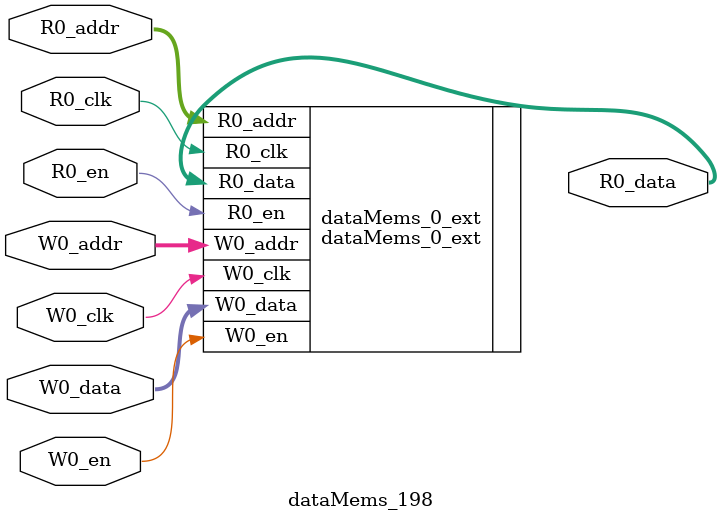
<source format=sv>
`ifndef RANDOMIZE
  `ifdef RANDOMIZE_REG_INIT
    `define RANDOMIZE
  `endif // RANDOMIZE_REG_INIT
`endif // not def RANDOMIZE
`ifndef RANDOMIZE
  `ifdef RANDOMIZE_MEM_INIT
    `define RANDOMIZE
  `endif // RANDOMIZE_MEM_INIT
`endif // not def RANDOMIZE

`ifndef RANDOM
  `define RANDOM $random
`endif // not def RANDOM

// Users can define 'PRINTF_COND' to add an extra gate to prints.
`ifndef PRINTF_COND_
  `ifdef PRINTF_COND
    `define PRINTF_COND_ (`PRINTF_COND)
  `else  // PRINTF_COND
    `define PRINTF_COND_ 1
  `endif // PRINTF_COND
`endif // not def PRINTF_COND_

// Users can define 'ASSERT_VERBOSE_COND' to add an extra gate to assert error printing.
`ifndef ASSERT_VERBOSE_COND_
  `ifdef ASSERT_VERBOSE_COND
    `define ASSERT_VERBOSE_COND_ (`ASSERT_VERBOSE_COND)
  `else  // ASSERT_VERBOSE_COND
    `define ASSERT_VERBOSE_COND_ 1
  `endif // ASSERT_VERBOSE_COND
`endif // not def ASSERT_VERBOSE_COND_

// Users can define 'STOP_COND' to add an extra gate to stop conditions.
`ifndef STOP_COND_
  `ifdef STOP_COND
    `define STOP_COND_ (`STOP_COND)
  `else  // STOP_COND
    `define STOP_COND_ 1
  `endif // STOP_COND
`endif // not def STOP_COND_

// Users can define INIT_RANDOM as general code that gets injected into the
// initializer block for modules with registers.
`ifndef INIT_RANDOM
  `define INIT_RANDOM
`endif // not def INIT_RANDOM

// If using random initialization, you can also define RANDOMIZE_DELAY to
// customize the delay used, otherwise 0.002 is used.
`ifndef RANDOMIZE_DELAY
  `define RANDOMIZE_DELAY 0.002
`endif // not def RANDOMIZE_DELAY

// Define INIT_RANDOM_PROLOG_ for use in our modules below.
`ifndef INIT_RANDOM_PROLOG_
  `ifdef RANDOMIZE
    `ifdef VERILATOR
      `define INIT_RANDOM_PROLOG_ `INIT_RANDOM
    `else  // VERILATOR
      `define INIT_RANDOM_PROLOG_ `INIT_RANDOM #`RANDOMIZE_DELAY begin end
    `endif // VERILATOR
  `else  // RANDOMIZE
    `define INIT_RANDOM_PROLOG_
  `endif // RANDOMIZE
`endif // not def INIT_RANDOM_PROLOG_

// Include register initializers in init blocks unless synthesis is set
`ifndef SYNTHESIS
  `ifndef ENABLE_INITIAL_REG_
    `define ENABLE_INITIAL_REG_
  `endif // not def ENABLE_INITIAL_REG_
`endif // not def SYNTHESIS

// Include rmemory initializers in init blocks unless synthesis is set
`ifndef SYNTHESIS
  `ifndef ENABLE_INITIAL_MEM_
    `define ENABLE_INITIAL_MEM_
  `endif // not def ENABLE_INITIAL_MEM_
`endif // not def SYNTHESIS

module dataMems_198(	// @[generators/ara/src/main/scala/UnsafeAXI4ToTL.scala:365:62]
  input  [4:0]  R0_addr,
  input         R0_en,
  input         R0_clk,
  output [66:0] R0_data,
  input  [4:0]  W0_addr,
  input         W0_en,
  input         W0_clk,
  input  [66:0] W0_data
);

  dataMems_0_ext dataMems_0_ext (	// @[generators/ara/src/main/scala/UnsafeAXI4ToTL.scala:365:62]
    .R0_addr (R0_addr),
    .R0_en   (R0_en),
    .R0_clk  (R0_clk),
    .R0_data (R0_data),
    .W0_addr (W0_addr),
    .W0_en   (W0_en),
    .W0_clk  (W0_clk),
    .W0_data (W0_data)
  );
endmodule


</source>
